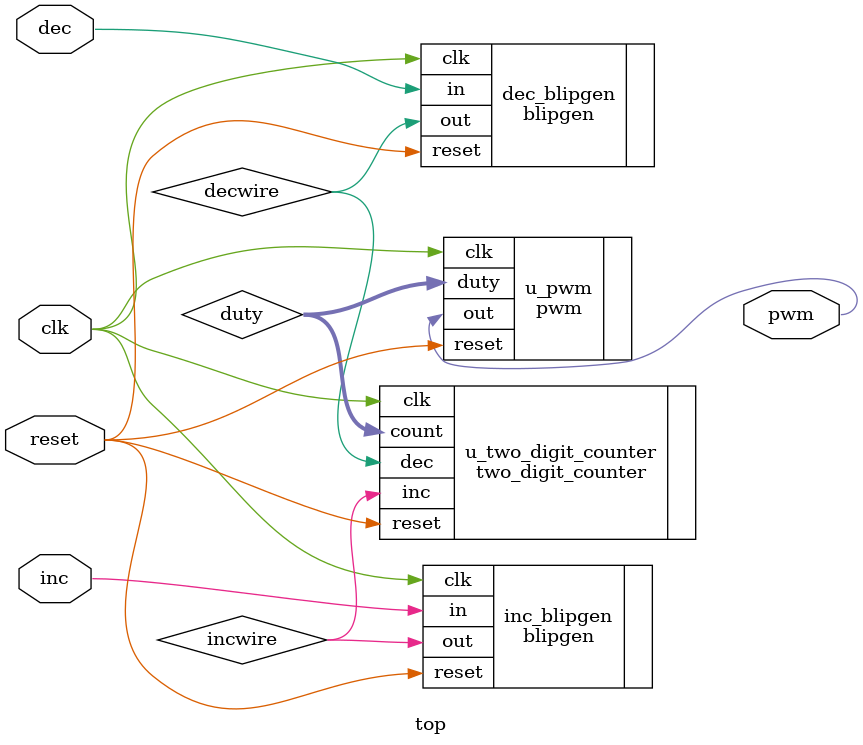
<source format=v>
`timescale 1ns / 1ps

module top(clk, reset, inc, dec, pwm);
    input clk, reset, inc, dec;
    output pwm;
    
    // declare wires
    wire incwire, decwire;
    wire [15:0] duty;
    
    // instantiate input syncronization modules for push button user input
    blipgen inc_blipgen(.in(inc), .clk(clk), .reset(reset), .out(incwire));
    blipgen dec_blipgen(.in(dec), .clk(clk), .reset(reset), .out(decwire));
    
    // instatiate module to hold and modify the desired duty cycle number
    two_digit_counter u_two_digit_counter(.clk(clk), .reset(reset), .inc(incwire), .dec(decwire), .count(duty));
    
    // instantiate pwm module
    pwm u_pwm(.clk(clk), .reset(reset), .duty(duty), .out(pwm));
    
endmodule

</source>
